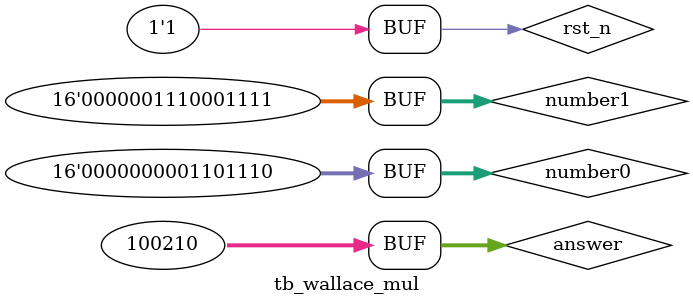
<source format=v>
`timescale  1ns / 100ps    

module tb_wallace_mul;   

// wallace_mul Parameters
parameter PERIOD  = 10;  


// wallace_mul Inputs    
reg   [15 : 0]  number1                    = 0 ;
reg   [15 : 0]  number0                    = 0 ;
reg   rst_n                                = 0 ;

// wallace_mul Outputs
wire  [31 : 0]  q                           ;
wire  [31 : 0]  answer                      ;

initial
begin
    #(PERIOD*2) rst_n  =  1;
end

wallace_mul  u_wallace_mul (
    .number1                 ( number1  [15 : 0] ),
    .number0                 ( number0  [15 : 0] ),
    .rst_n                   ( rst_n             ),
    .q                       ( q        [31 : 0] )
);

assign answer = number1 * number0;
initial
begin
    #100 
    number1 <= 16'd11451;
    number0 <= 16'd250;
    #100 
    number1 <= 16'd32000;
    number0 <= 16'd11;
    #100 
    number1 <= 16'd0;
    number0 <= 16'd850;
    #100 
    number1 <= 16'd1664;
    number0 <= 16'd2615;
    #100 
    number1 <= 16'd211;
    number0 <= 16'd985;
    #100 
    number1 <= 16'd10086;
    number0 <= 16'd12306;
    #100 
    number1 <= 16'd520;
    number0 <= 16'd1314;
    #100 
    number1 <= 16'd911;
    number0 <= 16'd110;
end

endmodule
</source>
